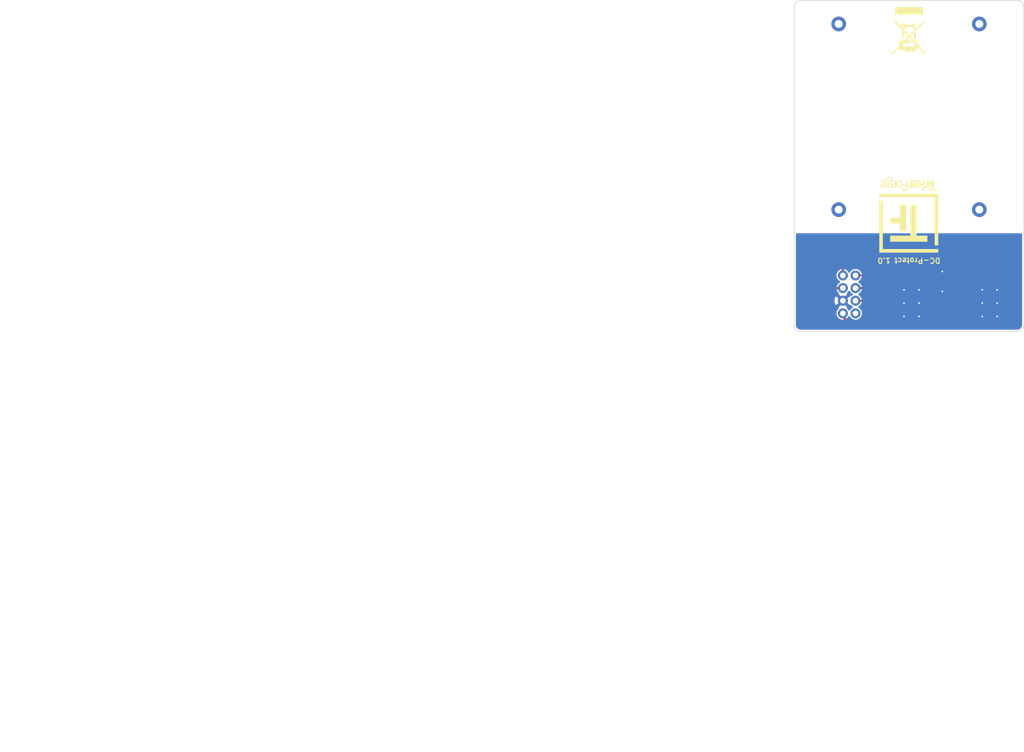
<source format=kicad_pcb>
(kicad_pcb (version 20171130) (host pcbnew 5.1.7-a382d34a8~88~ubuntu20.04.1)

  (general
    (thickness 1.6)
    (drawings 10)
    (tracks 48)
    (zones 0)
    (modules 4)
    (nets 9)
  )

  (page A4)
  (title_block
    (title "DC Protect")
    (date 2021-02-23)
    (rev 1.0)
    (company "Tinkerforge GmbH")
    (comment 1 "Licensed under CERN OHL v.1.1")
    (comment 2 "Copyright (©) 2020, T.Schneidermann <tim@tinkerforge.com>")
  )

  (layers
    (0 F.Cu signal)
    (31 B.Cu signal)
    (32 B.Adhes user)
    (33 F.Adhes user)
    (34 B.Paste user)
    (35 F.Paste user)
    (36 B.SilkS user)
    (37 F.SilkS user)
    (38 B.Mask user)
    (39 F.Mask user)
    (40 Dwgs.User user)
    (41 Cmts.User user)
    (42 Eco1.User user)
    (43 Eco2.User user)
    (44 Edge.Cuts user)
    (45 Margin user)
    (46 B.CrtYd user)
    (47 F.CrtYd user)
    (48 B.Fab user)
    (49 F.Fab user)
  )

  (setup
    (last_trace_width 0.3)
    (user_trace_width 0.2)
    (user_trace_width 0.3)
    (user_trace_width 0.5)
    (user_trace_width 0.8)
    (user_trace_width 1)
    (trace_clearance 0.149)
    (zone_clearance 0.2)
    (zone_45_only no)
    (trace_min 0.2)
    (via_size 0.55)
    (via_drill 0.25)
    (via_min_size 0.55)
    (via_min_drill 0.25)
    (user_via 0.55 0.25)
    (uvia_size 0.3)
    (uvia_drill 0.1)
    (uvias_allowed no)
    (uvia_min_size 0.2)
    (uvia_min_drill 0.1)
    (edge_width 0.1)
    (segment_width 0.2)
    (pcb_text_width 0.3)
    (pcb_text_size 1.5 1.5)
    (mod_edge_width 0.15)
    (mod_text_size 1 1)
    (mod_text_width 0.15)
    (pad_size 1.524 1.524)
    (pad_drill 0.762)
    (pad_to_mask_clearance 0)
    (aux_axis_origin 150 100)
    (grid_origin 150 100)
    (visible_elements FFFFFF7F)
    (pcbplotparams
      (layerselection 0x010fc_ffffffff)
      (usegerberextensions true)
      (usegerberattributes false)
      (usegerberadvancedattributes false)
      (creategerberjobfile false)
      (excludeedgelayer true)
      (linewidth 0.100000)
      (plotframeref false)
      (viasonmask false)
      (mode 1)
      (useauxorigin false)
      (hpglpennumber 1)
      (hpglpenspeed 20)
      (hpglpendiameter 15.000000)
      (psnegative false)
      (psa4output false)
      (plotreference true)
      (plotvalue true)
      (plotinvisibletext false)
      (padsonsilk false)
      (subtractmaskfromsilk false)
      (outputformat 1)
      (mirror false)
      (drillshape 0)
      (scaleselection 1)
      (outputdirectory "../../../../Schreibtisch/proto/grounding-ring/"))
  )

  (net 0 "")
  (net 1 "Net-(P1-Pad4)")
  (net 2 "Net-(P1-Pad2)")
  (net 3 "Net-(P1-Pad6)")
  (net 4 "Net-(P1-Pad1)")
  (net 5 "Net-(P1-Pad3)")
  (net 6 "Net-(P1-Pad7)")
  (net 7 "Net-(U1-Pad8)")
  (net 8 GND)

  (net_class Default "Dies ist die voreingestellte Netzklasse."
    (clearance 0.149)
    (trace_width 0.25)
    (via_dia 0.55)
    (via_drill 0.25)
    (uvia_dia 0.3)
    (uvia_drill 0.1)
    (add_net GND)
    (add_net "Net-(P1-Pad1)")
    (add_net "Net-(P1-Pad2)")
    (add_net "Net-(P1-Pad3)")
    (add_net "Net-(P1-Pad4)")
    (add_net "Net-(P1-Pad6)")
    (add_net "Net-(P1-Pad7)")
    (add_net "Net-(U1-Pad8)")
  )

  (module kicad-libraries:DC-Protect (layer B.Cu) (tedit 60352734) (tstamp 603513F8)
    (at 150 100 180)
    (path /603506D1)
    (fp_text reference U1 (at 0 -0.5) (layer B.Fab)
      (effects (font (size 1 1) (thickness 0.15)) (justify mirror))
    )
    (fp_text value DC-Protect (at 0 0.5) (layer B.Fab)
      (effects (font (size 1 1) (thickness 0.15)) (justify mirror))
    )
    (fp_circle (center 0 0) (end 17 0) (layer B.Fab) (width 0.12))
    (fp_circle (center 0 0) (end 6.75 0) (layer B.Fab) (width 0.12))
    (fp_line (start 15.25 -32) (end -15.25 -32) (layer B.Fab) (width 0.12))
    (fp_line (start -15.25 -32) (end -15.25 -14.5) (layer B.Fab) (width 0.12))
    (fp_line (start -15.25 -14.5) (end -9 -14.5) (layer B.Fab) (width 0.12))
    (fp_line (start 15.25 -32) (end 15.25 -14.5) (layer B.Fab) (width 0.12))
    (fp_line (start 15.25 -14.5) (end 9 -14.5) (layer B.Fab) (width 0.12))
    (pad 1 thru_hole circle (at 9.935 -23.84 180) (size 1.5 1.5) (drill 0.85) (layers *.Cu *.Mask)
      (net 4 "Net-(P1-Pad1)"))
    (pad 3 thru_hole circle (at 9.935 -25.74 180) (size 1.5 1.5) (drill 0.85) (layers *.Cu *.Mask)
      (net 5 "Net-(P1-Pad3)"))
    (pad 5 thru_hole circle (at 9.935 -27.64 180) (size 1.5 1.5) (drill 0.85) (layers *.Cu *.Mask)
      (net 8 GND))
    (pad 2 thru_hole circle (at 8.035 -23.84 180) (size 1.5 1.5) (drill 0.85) (layers *.Cu *.Mask)
      (net 2 "Net-(P1-Pad2)"))
    (pad 4 thru_hole circle (at 8.035 -25.74 180) (size 1.5 1.5) (drill 0.85) (layers *.Cu *.Mask)
      (net 1 "Net-(P1-Pad4)"))
    (pad 6 thru_hole circle (at 8.035 -27.64 180) (size 1.5 1.5) (drill 0.85) (layers *.Cu *.Mask)
      (net 3 "Net-(P1-Pad6)"))
    (pad "" np_thru_hole circle (at 0 0 180) (size 17 17) (drill 17) (layers *.Cu *.Mask))
    (pad "" thru_hole circle (at 10.565 13.95 180) (size 2.2 2.2) (drill 1.2) (layers *.Cu *.Mask))
    (pad "" thru_hole circle (at -10.565 13.95 180) (size 2.2 2.2) (drill 1.2) (layers *.Cu *.Mask))
    (pad "" thru_hole circle (at -10.565 -13.95 180) (size 2.2 2.2) (drill 1.2) (layers *.Cu *.Mask))
    (pad "" thru_hole circle (at 10.565 -13.95 180) (size 2.2 2.2) (drill 1.2) (layers *.Cu *.Mask))
    (pad 8 thru_hole circle (at 8.035 -29.54 180) (size 1.5 1.5) (drill 0.85) (layers *.Cu *.Mask)
      (net 7 "Net-(U1-Pad8)"))
    (pad 7 thru_hole circle (at 9.935 -29.54 180) (size 1.5 1.5) (drill 0.85) (layers *.Cu *.Mask)
      (net 6 "Net-(P1-Pad7)"))
    (model ../3d/Sensors_Detectors/4641-X900.wrl
      (at (xyz 0 0 0))
      (scale (xyz 1 1 1))
      (rotate (xyz 0 0 0))
    )
  )

  (module kicad-libraries:WEEE_7mm (layer F.Cu) (tedit 5922FFAE) (tstamp 60352E0A)
    (at 150 87.1 180)
    (fp_text reference VAL (at 0 0) (layer F.SilkS) hide
      (effects (font (size 0.2 0.2) (thickness 0.05)))
    )
    (fp_text value WEEE_7mm (at 0.75 0) (layer F.SilkS) hide
      (effects (font (size 0.2 0.2) (thickness 0.05)))
    )
    (fp_poly (pts (xy 2.032 3.527778) (xy -0.014111 3.527778) (xy -2.060222 3.527778) (xy -2.060222 3.019778)
      (xy -2.060222 2.511778) (xy -0.014111 2.511778) (xy 2.032 2.511778) (xy 2.032 3.019778)
      (xy 2.032 3.527778)) (layer F.SilkS) (width 0.1))
    (fp_poly (pts (xy 2.482863 -3.409859) (xy 2.480804 -3.376179) (xy 2.471206 -3.341837) (xy 2.44964 -3.301407)
      (xy 2.411675 -3.249463) (xy 2.352883 -3.180577) (xy 2.268835 -3.089322) (xy 2.155101 -2.970274)
      (xy 2.007251 -2.818004) (xy 1.961444 -2.771041) (xy 1.439333 -2.23603) (xy 1.439333 -1.978793)
      (xy 1.439333 -1.721555) (xy 1.298222 -1.721555) (xy 1.298222 -1.994947) (xy 1.298222 -2.099005)
      (xy 1.213555 -2.017889) (xy 1.160676 -1.962169) (xy 1.131131 -1.921219) (xy 1.128889 -1.913831)
      (xy 1.153434 -1.897717) (xy 1.212566 -1.89089) (xy 1.213555 -1.890889) (xy 1.269418 -1.895963)
      (xy 1.29309 -1.922356) (xy 1.298206 -1.986828) (xy 1.298222 -1.994947) (xy 1.298222 -1.721555)
      (xy 1.28539 -1.721555) (xy 1.241376 -1.723224) (xy 1.205837 -1.724651) (xy 1.177386 -1.720468)
      (xy 1.154636 -1.705309) (xy 1.136199 -1.673804) (xy 1.120687 -1.620585) (xy 1.106713 -1.540286)
      (xy 1.092889 -1.427539) (xy 1.077827 -1.276974) (xy 1.060141 -1.083225) (xy 1.038443 -0.840924)
      (xy 1.028031 -0.725936) (xy 1.016 -0.593851) (xy 1.016 -2.342444) (xy 1.016 -2.427111)
      (xy 0.964919 -2.427111) (xy 0.964919 -2.654131) (xy 0.96044 -2.665934) (xy 0.910629 -2.701752)
      (xy 0.825292 -2.742703) (xy 0.723934 -2.781372) (xy 0.626061 -2.810345) (xy 0.551179 -2.822208)
      (xy 0.549274 -2.822222) (xy 0.494484 -2.808563) (xy 0.479778 -2.765778) (xy 0.476666 -2.742735)
      (xy 0.461334 -2.726991) (xy 0.424786 -2.717163) (xy 0.358027 -2.711867) (xy 0.252063 -2.709719)
      (xy 0.239909 -2.709686) (xy 0.239909 -2.892647) (xy 0.233665 -2.897338) (xy 0.218722 -2.899226)
      (xy 0.112749 -2.903792) (xy 0.007055 -2.899226) (xy -0.017767 -2.894178) (xy 0.007962 -2.890336)
      (xy 0.078354 -2.888317) (xy 0.112889 -2.888155) (xy 0.197687 -2.889381) (xy 0.239909 -2.892647)
      (xy 0.239909 -2.709686) (xy 0.112889 -2.709333) (xy -0.254 -2.709333) (xy -0.254 -2.782537)
      (xy -0.256796 -2.824575) (xy -0.274517 -2.843911) (xy -0.321168 -2.845575) (xy -0.402167 -2.835755)
      (xy -0.502773 -2.820747) (xy -0.559752 -2.80431) (xy -0.585498 -2.778111) (xy -0.592403 -2.733815)
      (xy -0.592667 -2.707668) (xy -0.592667 -2.624667) (xy 0.201011 -2.624667) (xy 0.434757 -2.624964)
      (xy 0.617649 -2.62606) (xy 0.755277 -2.628256) (xy 0.853229 -2.631858) (xy 0.917094 -2.637169)
      (xy 0.952461 -2.644492) (xy 0.964919 -2.654131) (xy 0.964919 -2.427111) (xy 0.026103 -2.427111)
      (xy -0.874889 -2.427111) (xy -0.874889 -2.652889) (xy -0.884518 -2.680377) (xy -0.887335 -2.681111)
      (xy -0.91143 -2.661335) (xy -0.917222 -2.652889) (xy -0.914985 -2.626883) (xy -0.904777 -2.624667)
      (xy -0.876038 -2.645153) (xy -0.874889 -2.652889) (xy -0.874889 -2.427111) (xy -0.963793 -2.427111)
      (xy -0.943537 -2.166055) (xy -0.938094 -2.087369) (xy -0.932714 -2.024235) (xy -0.92321 -1.970393)
      (xy -0.905395 -1.919583) (xy -0.875081 -1.865545) (xy -0.828081 -1.802019) (xy -0.760208 -1.722746)
      (xy -0.667273 -1.621464) (xy -0.54509 -1.491915) (xy -0.389471 -1.327837) (xy -0.366889 -1.303985)
      (xy -0.042333 -0.961041) (xy 0.205281 -1.207243) (xy 0.452896 -1.453444) (xy 0.099448 -1.461343)
      (xy -0.254 -1.469242) (xy -0.254 -1.623621) (xy -0.254 -1.778) (xy 0.183444 -1.778)
      (xy 0.620889 -1.778) (xy 0.620889 -1.701353) (xy 0.622969 -1.664993) (xy 0.634687 -1.65375)
      (xy 0.664256 -1.671682) (xy 0.719893 -1.722845) (xy 0.776111 -1.778) (xy 0.854414 -1.857186)
      (xy 0.900636 -1.914327) (xy 0.92323 -1.966659) (xy 0.930646 -2.031417) (xy 0.931333 -2.094536)
      (xy 0.934803 -2.190842) (xy 0.947055 -2.241675) (xy 0.97085 -2.257681) (xy 0.973667 -2.257778)
      (xy 1.007275 -2.28302) (xy 1.016 -2.342444) (xy 1.016 -0.593851) (xy 0.954054 0.086239)
      (xy 1.34486 0.498024) (xy 1.555216 0.719617) (xy 1.729916 0.903769) (xy 1.872041 1.054091)
      (xy 1.984676 1.174196) (xy 2.070901 1.267694) (xy 2.133801 1.338196) (xy 2.176457 1.389314)
      (xy 2.201952 1.424658) (xy 2.21337 1.447841) (xy 2.213792 1.462473) (xy 2.206301 1.472165)
      (xy 2.19398 1.480529) (xy 2.187398 1.485028) (xy 2.139541 1.515553) (xy 2.118022 1.524)
      (xy 2.094879 1.504317) (xy 2.039069 1.449218) (xy 1.956356 1.364626) (xy 1.852504 1.256463)
      (xy 1.733278 1.130652) (xy 1.678916 1.072812) (xy 1.255889 0.621625) (xy 1.239947 0.712979)
      (xy 1.197516 0.849251) (xy 1.119827 0.950313) (xy 1.079557 0.982306) (xy 1.017977 1.011638)
      (xy 1.017977 0.632978) (xy 0.995676 0.556992) (xy 0.945013 0.49721) (xy 0.945013 -1.715394)
      (xy 0.94482 -1.716067) (xy 0.923395 -1.700567) (xy 0.870211 -1.651048) (xy 0.792165 -1.57462)
      (xy 0.696154 -1.478392) (xy 0.589075 -1.369476) (xy 0.477826 -1.254981) (xy 0.369303 -1.142017)
      (xy 0.270405 -1.037695) (xy 0.188029 -0.949124) (xy 0.129071 -0.883415) (xy 0.100429 -0.847678)
      (xy 0.098778 -0.843916) (xy 0.117043 -0.81413) (xy 0.166773 -0.753937) (xy 0.240369 -0.67125)
      (xy 0.330231 -0.573984) (xy 0.42876 -0.470051) (xy 0.528358 -0.367365) (xy 0.621424 -0.273839)
      (xy 0.70036 -0.197387) (xy 0.757566 -0.145921) (xy 0.785443 -0.127355) (xy 0.786505 -0.12776)
      (xy 0.793707 -0.159396) (xy 0.805121 -0.239895) (xy 0.819901 -0.361901) (xy 0.837205 -0.51806)
      (xy 0.856186 -0.701015) (xy 0.876002 -0.903411) (xy 0.878183 -0.926402) (xy 0.897143 -1.129855)
      (xy 0.913788 -1.314176) (xy 0.927509 -1.472128) (xy 0.937694 -1.596473) (xy 0.943732 -1.679974)
      (xy 0.945013 -1.715394) (xy 0.945013 0.49721) (xy 0.944024 0.496043) (xy 0.871243 0.460602)
      (xy 0.785555 0.461141) (xy 0.764432 0.470982) (xy 0.764432 0.168896) (xy 0.745079 0.120107)
      (xy 0.697438 0.051745) (xy 0.618576 -0.041481) (xy 0.505557 -0.164861) (xy 0.374559 -0.303585)
      (xy -0.041854 -0.741711) (xy -0.132242 -0.647751) (xy -0.132242 -0.841738) (xy -0.508984 -1.238599)
      (xy -0.625421 -1.36067) (xy -0.727784 -1.466874) (xy -0.810087 -1.55109) (xy -0.866341 -1.607198)
      (xy -0.89056 -1.629078) (xy -0.891025 -1.629119) (xy -0.890844 -1.599805) (xy -0.886195 -1.523686)
      (xy -0.877886 -1.410152) (xy -0.866727 -1.268597) (xy -0.853528 -1.108412) (xy -0.839099 -0.938988)
      (xy -0.824249 -0.769717) (xy -0.809789 -0.60999) (xy -0.796527 -0.4692) (xy -0.785274 -0.356738)
      (xy -0.776839 -0.281995) (xy -0.772591 -0.25543) (xy -0.74805 -0.256656) (xy -0.687291 -0.300651)
      (xy -0.590212 -0.387499) (xy -0.456711 -0.517286) (xy -0.445848 -0.528132) (xy -0.132242 -0.841738)
      (xy -0.132242 -0.647751) (xy -0.403136 -0.366149) (xy -0.532757 -0.230252) (xy -0.62722 -0.127772)
      (xy -0.691435 -0.052372) (xy -0.730313 0.002286) (xy -0.748765 0.04254) (xy -0.751699 0.074729)
      (xy -0.750572 0.082317) (xy -0.742402 0.14269) (xy -0.732359 0.241951) (xy -0.722136 0.362656)
      (xy -0.718145 0.416278) (xy -0.699563 0.677333) (xy -0.138115 0.677333) (xy 0.423333 0.677333)
      (xy 0.423333 0.584835) (xy 0.449981 0.463491) (xy 0.523642 0.355175) (xy 0.63489 0.272054)
      (xy 0.682126 0.250719) (xy 0.73002 0.228911) (xy 0.758434 0.2034) (xy 0.764432 0.168896)
      (xy 0.764432 0.470982) (xy 0.711835 0.495489) (xy 0.659024 0.562819) (xy 0.647539 0.649049)
      (xy 0.676635 0.735445) (xy 0.723473 0.788174) (xy 0.784468 0.828555) (xy 0.830825 0.846601)
      (xy 0.832555 0.846667) (xy 0.877213 0.830394) (xy 0.938072 0.790949) (xy 0.941638 0.788174)
      (xy 1.002705 0.713529) (xy 1.017977 0.632978) (xy 1.017977 1.011638) (xy 0.949842 1.044093)
      (xy 0.810166 1.060981) (xy 0.675259 1.034339) (xy 0.559855 0.965538) (xy 0.525993 0.9308)
      (xy 0.455199 0.846667) (xy -0.0264 0.846667) (xy -0.508 0.846667) (xy -0.508 0.959556)
      (xy -0.508 1.072445) (xy -0.649111 1.072445) (xy -0.790222 1.072445) (xy -0.790222 0.975954)
      (xy -0.803072 0.881747) (xy -0.831861 0.799565) (xy -0.85235 0.735143) (xy -0.871496 0.630455)
      (xy -0.886633 0.501661) (xy -0.8916 0.437445) (xy -0.909702 0.155222) (xy -1.596125 0.853722)
      (xy -1.756866 1.017004) (xy -1.904817 1.166738) (xy -2.035402 1.29834) (xy -2.144049 1.407222)
      (xy -2.226183 1.4888) (xy -2.277232 1.538486) (xy -2.292741 1.552222) (xy -2.318618 1.535182)
      (xy -2.3368 1.518356) (xy -2.366614 1.474736) (xy -2.370667 1.458297) (xy -2.351653 1.432751)
      (xy -2.297528 1.371534) (xy -2.212667 1.27931) (xy -2.101445 1.160741) (xy -1.968236 1.020491)
      (xy -1.817416 0.863223) (xy -1.653359 0.693601) (xy -1.649999 0.690141) (xy -0.929331 -0.051823)
      (xy -1.000888 -0.874398) (xy -1.019193 -1.08713) (xy -1.035769 -1.284177) (xy -1.049992 -1.457782)
      (xy -1.061239 -1.600189) (xy -1.068889 -1.70364) (xy -1.072318 -1.760379) (xy -1.072445 -1.765937)
      (xy -1.083169 -1.796856) (xy -1.117145 -1.848518) (xy -1.177081 -1.924038) (xy -1.265681 -2.026535)
      (xy -1.385653 -2.159123) (xy -1.539703 -2.324921) (xy -1.730537 -2.527044) (xy -1.763174 -2.561396)
      (xy -1.94576 -2.753708) (xy -2.093058 -2.909847) (xy -2.208848 -3.034377) (xy -2.296909 -3.131865)
      (xy -2.361021 -3.206878) (xy -2.404962 -3.263981) (xy -2.432513 -3.30774) (xy -2.447452 -3.342721)
      (xy -2.453559 -3.373491) (xy -2.454619 -3.396775) (xy -2.455333 -3.505661) (xy -2.136329 -3.170998)
      (xy -2.000627 -3.028421) (xy -1.842494 -2.861938) (xy -1.678217 -2.688716) (xy -1.524082 -2.52592)
      (xy -1.466152 -2.46464) (xy -1.354055 -2.346541) (xy -1.256193 -2.244484) (xy -1.178749 -2.164831)
      (xy -1.127907 -2.113947) (xy -1.109886 -2.09804) (xy -1.109577 -2.126426) (xy -1.113821 -2.195386)
      (xy -1.12076 -2.279234) (xy -1.130834 -2.37523) (xy -1.143684 -2.427922) (xy -1.166434 -2.45028)
      (xy -1.206208 -2.455276) (xy -1.217475 -2.455333) (xy -1.274769 -2.462802) (xy -1.295863 -2.497097)
      (xy -1.298222 -2.54) (xy -1.290268 -2.600887) (xy -1.25796 -2.622991) (xy -1.232974 -2.624667)
      (xy -1.165809 -2.649307) (xy -1.106569 -2.707387) (xy -1.038059 -2.780849) (xy -0.96015 -2.840472)
      (xy -0.90268 -2.886543) (xy -0.87527 -2.932359) (xy -0.874889 -2.936944) (xy -0.866717 -2.958171)
      (xy -0.836053 -2.973488) (xy -0.773676 -2.98482) (xy -0.670366 -2.994091) (xy -0.571902 -3.000209)
      (xy -0.444753 -3.009947) (xy -0.342774 -3.022633) (xy -0.277341 -3.036575) (xy -0.259106 -3.046795)
      (xy -0.227621 -3.061127) (xy -0.152899 -3.071083) (xy -0.047962 -3.076818) (xy 0.074164 -3.078489)
      (xy 0.200456 -3.076251) (xy 0.31789 -3.07026) (xy 0.41344 -3.060673) (xy 0.474084 -3.047645)
      (xy 0.488466 -3.037844) (xy 0.523084 -3.012128) (xy 0.59531 -2.989452) (xy 0.645346 -2.980608)
      (xy 0.752526 -2.955733) (xy 0.873538 -2.912358) (xy 0.942299 -2.880321) (xy 1.046225 -2.831835)
      (xy 1.128071 -2.811654) (xy 1.210866 -2.814154) (xy 1.212404 -2.814358) (xy 1.324381 -2.811082)
      (xy 1.398504 -2.765955) (xy 1.435053 -2.678737) (xy 1.439333 -2.621893) (xy 1.416263 -2.519845)
      (xy 1.351912 -2.452433) (xy 1.25357 -2.427141) (xy 1.249609 -2.427111) (xy 1.20332 -2.41653)
      (xy 1.186549 -2.373932) (xy 1.185333 -2.342444) (xy 1.192841 -2.282987) (xy 1.210931 -2.257784)
      (xy 1.211244 -2.257778) (xy 1.236778 -2.277108) (xy 1.296879 -2.331881) (xy 1.386564 -2.417269)
      (xy 1.500846 -2.528446) (xy 1.634743 -2.660585) (xy 1.783269 -2.808858) (xy 1.859662 -2.885722)
      (xy 2.48217 -3.513666) (xy 2.482863 -3.409859)) (layer F.SilkS) (width 0.1))
  )

  (module kicad-libraries:Logo_TF_10x12 (layer F.Cu) (tedit 0) (tstamp 60352C19)
    (at 149.96 114.89 180)
    (fp_text reference G*** (at 0 0) (layer F.SilkS) hide
      (effects (font (size 1.524 1.524) (thickness 0.3)))
    )
    (fp_text value LOGO (at 0.75 0) (layer F.SilkS) hide
      (effects (font (size 1.524 1.524) (thickness 0.3)))
    )
    (fp_poly (pts (xy 2.875744 4.214741) (xy 2.901713 4.215197) (xy 2.922347 4.216147) (xy 2.939596 4.217748)
      (xy 2.95541 4.220156) (xy 2.971738 4.223526) (xy 2.981036 4.2257) (xy 2.99557 4.229064)
      (xy 3.008627 4.231654) (xy 3.021677 4.233556) (xy 3.036193 4.234858) (xy 3.053647 4.235647)
      (xy 3.075512 4.236012) (xy 3.103259 4.236039) (xy 3.138361 4.235816) (xy 3.1496 4.235722)
      (xy 3.185253 4.235323) (xy 3.220504 4.234764) (xy 3.253487 4.234085) (xy 3.282334 4.23333)
      (xy 3.305177 4.232539) (xy 3.317009 4.231962) (xy 3.362036 4.229258) (xy 3.362036 4.364181)
      (xy 3.265054 4.364181) (xy 3.236252 4.364288) (xy 3.210851 4.364587) (xy 3.190201 4.365046)
      (xy 3.175652 4.36563) (xy 3.168551 4.366308) (xy 3.168072 4.366543) (xy 3.170487 4.371251)
      (xy 3.176836 4.381397) (xy 3.185773 4.394835) (xy 3.186302 4.39561) (xy 3.206973 4.43038)
      (xy 3.221865 4.466432) (xy 3.231496 4.505694) (xy 3.236388 4.550096) (xy 3.237273 4.584457)
      (xy 3.234105 4.643863) (xy 3.224608 4.697477) (xy 3.208544 4.746451) (xy 3.199758 4.765963)
      (xy 3.177334 4.803259) (xy 3.148586 4.837661) (xy 3.115513 4.867149) (xy 3.080111 4.8897)
      (xy 3.075187 4.892139) (xy 3.020884 4.91355) (xy 2.960962 4.928915) (xy 2.897016 4.937959)
      (xy 2.830635 4.940409) (xy 2.800927 4.939319) (xy 2.779611 4.937911) (xy 2.761308 4.936442)
      (xy 2.748237 4.935106) (xy 2.743054 4.934267) (xy 2.739531 4.934095) (xy 2.736151 4.93654)
      (xy 2.732355 4.942786) (xy 2.727586 4.954016) (xy 2.721285 4.971414) (xy 2.712893 4.996163)
      (xy 2.710595 5.003061) (xy 2.700496 5.041199) (xy 2.697193 5.074202) (xy 2.700716 5.101626)
      (xy 2.703559 5.109807) (xy 2.708645 5.119733) (xy 2.715444 5.128076) (xy 2.724778 5.135005)
      (xy 2.737466 5.140688) (xy 2.754328 5.145295) (xy 2.776185 5.148994) (xy 2.803857 5.151954)
      (xy 2.838164 5.154345) (xy 2.879925 5.156334) (xy 2.929961 5.158092) (xy 2.939472 5.158383)
      (xy 2.987998 5.159996) (xy 3.028609 5.161735) (xy 3.062628 5.16374) (xy 3.091378 5.16615)
      (xy 3.11618 5.169105) (xy 3.138357 5.172744) (xy 3.159232 5.177205) (xy 3.180126 5.182629)
      (xy 3.186304 5.18438) (xy 3.231131 5.201463) (xy 3.269291 5.224924) (xy 3.300686 5.254655)
      (xy 3.325219 5.29055) (xy 3.342791 5.332502) (xy 3.350566 5.363655) (xy 3.354092 5.38929)
      (xy 3.356275 5.420438) (xy 3.35711 5.454262) (xy 3.356594 5.487924) (xy 3.354722 5.518589)
      (xy 3.35149 5.543419) (xy 3.350832 5.546728) (xy 3.335413 5.598713) (xy 3.312364 5.645613)
      (xy 3.281843 5.687306) (xy 3.244009 5.72367) (xy 3.19902 5.754584) (xy 3.147036 5.779926)
      (xy 3.088215 5.799574) (xy 3.022717 5.813407) (xy 2.998403 5.816833) (xy 2.958766 5.820425)
      (xy 2.913173 5.822366) (xy 2.864756 5.822662) (xy 2.816645 5.821314) (xy 2.771972 5.818326)
      (xy 2.754745 5.816556) (xy 2.690253 5.805848) (xy 2.632784 5.789534) (xy 2.582436 5.767683)
      (xy 2.539306 5.74036) (xy 2.503492 5.707632) (xy 2.475092 5.669566) (xy 2.454202 5.62623)
      (xy 2.447415 5.605512) (xy 2.441088 5.576712) (xy 2.436797 5.54349) (xy 2.434659 5.508714)
      (xy 2.434793 5.475255) (xy 2.435605 5.465836) (xy 2.59186 5.465836) (xy 2.592502 5.50229)
      (xy 2.597135 5.530272) (xy 2.608178 5.565974) (xy 2.624949 5.59637) (xy 2.647948 5.621823)
      (xy 2.677675 5.642692) (xy 2.714631 5.659338) (xy 2.759315 5.672121) (xy 2.805545 5.680479)
      (xy 2.82374 5.682096) (xy 2.848418 5.682938) (xy 2.877226 5.683061) (xy 2.90781 5.682524)
      (xy 2.937816 5.681383) (xy 2.96489 5.679697) (xy 2.986677 5.677522) (xy 2.9972 5.675808)
      (xy 3.049526 5.661636) (xy 3.093877 5.642892) (xy 3.130338 5.619512) (xy 3.158993 5.591433)
      (xy 3.179929 5.558591) (xy 3.190046 5.532701) (xy 3.194224 5.512466) (xy 3.196748 5.486687)
      (xy 3.197568 5.45864) (xy 3.196634 5.431605) (xy 3.193896 5.408859) (xy 3.192061 5.400892)
      (xy 3.180271 5.372702) (xy 3.162723 5.347829) (xy 3.141372 5.328933) (xy 3.13727 5.326369)
      (xy 3.123471 5.31884) (xy 3.109468 5.312631) (xy 3.094154 5.307582) (xy 3.076421 5.303529)
      (xy 3.05516 5.300309) (xy 3.029264 5.29776) (xy 2.997625 5.295721) (xy 2.959134 5.294028)
      (xy 2.912683 5.292519) (xy 2.904836 5.292295) (xy 2.867876 5.291189) (xy 2.832853 5.290018)
      (xy 2.801118 5.288836) (xy 2.77402 5.287698) (xy 2.752909 5.286659) (xy 2.739136 5.285774)
      (xy 2.735957 5.285471) (xy 2.71255 5.282745) (xy 2.670559 5.322273) (xy 2.646207 5.346249)
      (xy 2.62813 5.366893) (xy 2.615017 5.386144) (xy 2.605559 5.40594) (xy 2.598445 5.428221)
      (xy 2.598108 5.429511) (xy 2.59186 5.465836) (xy 2.435605 5.465836) (xy 2.437319 5.445984)
      (xy 2.440193 5.430981) (xy 2.453603 5.391216) (xy 2.473493 5.353453) (xy 2.500553 5.316726)
      (xy 2.535472 5.280068) (xy 2.568641 5.250872) (xy 2.605004 5.220854) (xy 2.594081 5.211618)
      (xy 2.576472 5.191649) (xy 2.561831 5.165127) (xy 2.551134 5.134514) (xy 2.545357 5.102275)
      (xy 2.544618 5.086701) (xy 2.545422 5.070594) (xy 2.548314 5.054835) (xy 2.554011 5.036598)
      (xy 2.563233 5.013058) (xy 2.563498 5.012418) (xy 2.573821 4.988653) (xy 2.585486 4.96358)
      (xy 2.596584 4.94124) (xy 2.600925 4.933085) (xy 2.609207 4.91752) (xy 2.615161 4.905381)
      (xy 2.617845 4.898631) (xy 2.617836 4.897903) (xy 2.613 4.894934) (xy 2.604252 4.890109)
      (xy 2.570634 4.867478) (xy 2.539033 4.837206) (xy 2.510583 4.800847) (xy 2.486421 4.759954)
      (xy 2.467683 4.716082) (xy 2.460822 4.693955) (xy 2.455725 4.668256) (xy 2.4522 4.636251)
      (xy 2.450278 4.600583) (xy 2.4502 4.590508) (xy 2.607811 4.590508) (xy 2.60972 4.623468)
      (xy 2.613858 4.651988) (xy 2.615555 4.659259) (xy 2.630559 4.700969) (xy 2.65196 4.736055)
      (xy 2.679644 4.764443) (xy 2.713496 4.786063) (xy 2.753403 4.80084) (xy 2.799251 4.808703)
      (xy 2.850926 4.809578) (xy 2.851459 4.809552) (xy 2.876101 4.807325) (xy 2.902812 4.803352)
      (xy 2.926261 4.798442) (xy 2.928625 4.797823) (xy 2.969842 4.783056) (xy 3.004047 4.762704)
      (xy 3.031537 4.736403) (xy 3.052609 4.703792) (xy 3.067559 4.664509) (xy 3.076684 4.618192)
      (xy 3.07683 4.617027) (xy 3.079291 4.573266) (xy 3.076215 4.530159) (xy 3.067994 4.489613)
      (xy 3.055017 4.453534) (xy 3.037677 4.423828) (xy 3.037015 4.422952) (xy 3.009926 4.394939)
      (xy 2.976203 4.372784) (xy 2.936531 4.356712) (xy 2.891594 4.346945) (xy 2.842076 4.343708)
      (xy 2.800794 4.34585) (xy 2.75554 4.354437) (xy 2.715346 4.37043) (xy 2.680702 4.393425)
      (xy 2.652099 4.42302) (xy 2.630026 4.458811) (xy 2.61547 4.498493) (xy 2.610683 4.52467)
      (xy 2.608131 4.556458) (xy 2.607811 4.590508) (xy 2.4502 4.590508) (xy 2.449991 4.563893)
      (xy 2.451371 4.528823) (xy 2.454448 4.498018) (xy 2.458251 4.477824) (xy 2.476227 4.424272)
      (xy 2.501695 4.375471) (xy 2.534123 4.332078) (xy 2.572979 4.294752) (xy 2.617732 4.264151)
      (xy 2.640289 4.25245) (xy 2.667464 4.240219) (xy 2.691712 4.230886) (xy 2.715031 4.224078)
      (xy 2.739418 4.219422) (xy 2.766869 4.216544) (xy 2.799381 4.21507) (xy 2.838951 4.214626)
      (xy 2.842491 4.214624) (xy 2.875744 4.214741)) (layer F.SilkS) (width 0.01))
    (fp_poly (pts (xy -0.993558 4.213079) (xy -0.950311 4.215173) (xy -0.914074 4.218524) (xy -0.882652 4.223641)
      (xy -0.853847 4.231034) (xy -0.825465 4.241208) (xy -0.79531 4.254675) (xy -0.778944 4.262769)
      (xy -0.733314 4.290983) (xy -0.69315 4.326537) (xy -0.658552 4.369252) (xy -0.629623 4.418949)
      (xy -0.606464 4.475449) (xy -0.589176 4.538572) (xy -0.57786 4.608139) (xy -0.576602 4.619947)
      (xy -0.574515 4.643445) (xy -0.573401 4.664002) (xy -0.573297 4.684133) (xy -0.574244 4.706356)
      (xy -0.576278 4.733186) (xy -0.578751 4.760034) (xy -0.581321 4.787492) (xy -0.583533 4.812536)
      (xy -0.585241 4.833395) (xy -0.586299 4.848299) (xy -0.586579 4.854863) (xy -0.586509 4.867563)
      (xy -1.229762 4.867563) (xy -1.226695 4.907972) (xy -1.222049 4.948007) (xy -1.214519 4.980902)
      (xy -1.20365 5.008427) (xy -1.198517 5.017902) (xy -1.17558 5.050741) (xy -1.148952 5.076247)
      (xy -1.116946 5.09575) (xy -1.082995 5.109002) (xy -1.071618 5.112395) (xy -1.060813 5.11493)
      (xy -1.049033 5.116714) (xy -1.034727 5.117859) (xy -1.016346 5.118472) (xy -0.99234 5.118663)
      (xy -0.96116 5.118542) (xy -0.949037 5.118453) (xy -0.910961 5.117798) (xy -0.868227 5.116479)
      (xy -0.82444 5.114643) (xy -0.783206 5.112438) (xy -0.752764 5.110379) (xy -0.722383 5.108136)
      (xy -0.693535 5.106173) (xy -0.668084 5.104604) (xy -0.647893 5.103543) (xy -0.634825 5.103104)
      (xy -0.633846 5.103098) (xy -0.6096 5.103091) (xy -0.6096 5.193145) (xy -0.609646 5.224101)
      (xy -0.609859 5.247022) (xy -0.610359 5.263111) (xy -0.611262 5.273569) (xy -0.612686 5.279599)
      (xy -0.614748 5.282402) (xy -0.617564 5.283181) (xy -0.61839 5.2832) (xy -0.626523 5.284095)
      (xy -0.641259 5.286505) (xy -0.660171 5.290012) (xy -0.672654 5.292499) (xy -0.735191 5.304492)
      (xy -0.792084 5.313556) (xy -0.846326 5.320029) (xy -0.900915 5.324246) (xy -0.958843 5.326544)
      (xy -0.979055 5.326936) (xy -1.010777 5.327322) (xy -1.040258 5.327506) (xy -1.065958 5.32749)
      (xy -1.086335 5.327281) (xy -1.099849 5.326881) (xy -1.103746 5.326589) (xy -1.136074 5.320994)
      (xy -1.171532 5.312153) (xy -1.207437 5.300951) (xy -1.241106 5.288276) (xy -1.269854 5.275013)
      (xy -1.283505 5.267217) (xy -1.327806 5.233773) (xy -1.366054 5.19341) (xy -1.398268 5.1461)
      (xy -1.424465 5.091814) (xy -1.444663 5.030526) (xy -1.452686 4.996434) (xy -1.462628 4.936534)
      (xy -1.469134 4.871105) (xy -1.472021 4.803263) (xy -1.471106 4.736123) (xy -1.469552 4.708997)
      (xy -1.465533 4.671067) (xy -1.233055 4.671067) (xy -1.233055 4.687547) (xy -0.810491 4.685145)
      (xy -0.812159 4.643581) (xy -0.815329 4.608512) (xy -0.821678 4.572987) (xy -0.830558 4.539494)
      (xy -0.841323 4.51052) (xy -0.85192 4.49062) (xy -0.877628 4.459865) (xy -0.909507 4.43547)
      (xy -0.932878 4.423599) (xy -0.944871 4.419067) (xy -0.956721 4.416008) (xy -0.970685 4.41414)
      (xy -0.989019 4.413177) (xy -1.013982 4.412837) (xy -1.018549 4.412822) (xy -1.078825 4.412672)
      (xy -1.114075 4.430094) (xy -1.148158 4.451076) (xy -1.175512 4.477485) (xy -1.197551 4.510733)
      (xy -1.200578 4.516581) (xy -1.210014 4.539946) (xy -1.218604 4.569539) (xy -1.225718 4.602356)
      (xy -1.230722 4.635393) (xy -1.232986 4.665644) (xy -1.233055 4.671067) (xy -1.465533 4.671067)
      (xy -1.461254 4.630693) (xy -1.447981 4.559857) (xy -1.42957 4.496075) (xy -1.405859 4.438931)
      (xy -1.376683 4.38801) (xy -1.34188 4.342896) (xy -1.315014 4.315414) (xy -1.274363 4.282053)
      (xy -1.231007 4.255573) (xy -1.184029 4.235681) (xy -1.132515 4.222088) (xy -1.075549 4.214501)
      (xy -1.012217 4.21263) (xy -0.993558 4.213079)) (layer F.SilkS) (width 0.01))
    (fp_poly (pts (xy 1.469163 4.214863) (xy 1.532286 4.224051) (xy 1.588966 4.239558) (xy 1.639494 4.261541)
      (xy 1.684157 4.290158) (xy 1.723245 4.325568) (xy 1.757047 4.367929) (xy 1.785851 4.417399)
      (xy 1.789738 4.425399) (xy 1.809552 4.475114) (xy 1.825551 4.531862) (xy 1.837672 4.594236)
      (xy 1.845855 4.660831) (xy 1.850036 4.730239) (xy 1.850153 4.801055) (xy 1.846146 4.871872)
      (xy 1.83795 4.941283) (xy 1.825505 5.007882) (xy 1.816975 5.042258) (xy 1.796906 5.101603)
      (xy 1.770861 5.15399) (xy 1.738793 5.199453) (xy 1.700654 5.238023) (xy 1.656396 5.269732)
      (xy 1.605972 5.294614) (xy 1.549335 5.312701) (xy 1.486437 5.324025) (xy 1.417231 5.328618)
      (xy 1.397 5.328704) (xy 1.371299 5.32822) (xy 1.346083 5.327272) (xy 1.3243 5.325998)
      (xy 1.309254 5.324583) (xy 1.249724 5.313704) (xy 1.196064 5.297282) (xy 1.14814 5.275089)
      (xy 1.105814 5.246897) (xy 1.068949 5.212476) (xy 1.03741 5.1716) (xy 1.011059 5.12404)
      (xy 0.98976 5.069567) (xy 0.973376 5.007954) (xy 0.961772 4.938971) (xy 0.954809 4.862392)
      (xy 0.952352 4.777988) (xy 0.952407 4.772564) (xy 1.114978 4.772564) (xy 1.115531 4.815509)
      (xy 1.116874 4.856409) (xy 1.119008 4.893391) (xy 1.121932 4.924578) (xy 1.123969 4.939145)
      (xy 1.136109 4.996401) (xy 1.152506 5.045638) (xy 1.173392 5.087152) (xy 1.198998 5.121235)
      (xy 1.229555 5.148184) (xy 1.265292 5.16829) (xy 1.306443 5.18185) (xy 1.316182 5.183971)
      (xy 1.341568 5.187526) (xy 1.372511 5.189572) (xy 1.405895 5.190109) (xy 1.438603 5.189136)
      (xy 1.46752 5.186654) (xy 1.483982 5.183988) (xy 1.522083 5.173216) (xy 1.554555 5.157644)
      (xy 1.584408 5.135742) (xy 1.591585 5.129312) (xy 1.61616 5.102461) (xy 1.636333 5.071024)
      (xy 1.652738 5.033715) (xy 1.66601 4.989246) (xy 1.670584 4.969163) (xy 1.674118 4.951972)
      (xy 1.676899 4.936786) (xy 1.679019 4.92216) (xy 1.680572 4.906649) (xy 1.681649 4.888808)
      (xy 1.682345 4.867192) (xy 1.682751 4.840356) (xy 1.682961 4.806855) (xy 1.683048 4.7752)
      (xy 1.683051 4.733796) (xy 1.682833 4.700325) (xy 1.682333 4.673482) (xy 1.681491 4.651964)
      (xy 1.680249 4.634468) (xy 1.678545 4.619691) (xy 1.676321 4.606329) (xy 1.674981 4.599709)
      (xy 1.662858 4.55015) (xy 1.649008 4.508438) (xy 1.632815 4.473249) (xy 1.613666 4.44326)
      (xy 1.590943 4.417149) (xy 1.58934 4.415566) (xy 1.557959 4.39005) (xy 1.522354 4.371132)
      (xy 1.481759 4.358578) (xy 1.435407 4.352151) (xy 1.382532 4.351617) (xy 1.381413 4.351664)
      (xy 1.329367 4.356722) (xy 1.28401 4.367358) (xy 1.244916 4.383973) (xy 1.211656 4.406968)
      (xy 1.183805 4.436743) (xy 1.160933 4.473697) (xy 1.142615 4.518232) (xy 1.128423 4.570748)
      (xy 1.124041 4.592781) (xy 1.120652 4.617831) (xy 1.118051 4.650208) (xy 1.116238 4.688039)
      (xy 1.115213 4.729449) (xy 1.114978 4.772564) (xy 0.952407 4.772564) (xy 0.952852 4.729018)
      (xy 0.953903 4.694187) (xy 0.955416 4.660142) (xy 0.95727 4.628861) (xy 0.959342 4.602322)
      (xy 0.961512 4.582504) (xy 0.962103 4.578537) (xy 0.976458 4.509884) (xy 0.996136 4.448712)
      (xy 1.021296 4.394885) (xy 1.052099 4.348271) (xy 1.088704 4.308736) (xy 1.13127 4.276145)
      (xy 1.179958 4.250365) (xy 1.234926 4.231262) (xy 1.296334 4.218702) (xy 1.364343 4.212551)
      (xy 1.399309 4.211836) (xy 1.469163 4.214863)) (layer F.SilkS) (width 0.01))
    (fp_poly (pts (xy 3.815993 4.212061) (xy 3.862811 4.215306) (xy 3.905976 4.22178) (xy 3.941618 4.231008)
      (xy 3.994968 4.252811) (xy 4.042105 4.280671) (xy 4.083169 4.314802) (xy 4.118301 4.355414)
      (xy 4.147642 4.402721) (xy 4.171333 4.456934) (xy 4.189514 4.518267) (xy 4.202326 4.586931)
      (xy 4.207526 4.632077) (xy 4.210174 4.667881) (xy 4.210903 4.699563) (xy 4.209728 4.732037)
      (xy 4.207874 4.756768) (xy 4.205893 4.780397) (xy 4.204246 4.801173) (xy 4.203081 4.817123)
      (xy 4.202549 4.82627) (xy 4.202532 4.827154) (xy 4.202138 4.828667) (xy 4.200545 4.829978)
      (xy 4.19714 4.831104) (xy 4.191312 4.832056) (xy 4.182449 4.832851) (xy 4.169939 4.833501)
      (xy 4.153172 4.834023) (xy 4.131536 4.834428) (xy 4.104418 4.834733) (xy 4.071208 4.83495)
      (xy 4.031293 4.835095) (xy 3.984063 4.835181) (xy 3.928905 4.835224) (xy 3.865209 4.835236)
      (xy 3.508557 4.835236) (xy 3.511781 4.883353) (xy 3.518922 4.946756) (xy 3.531353 5.002605)
      (xy 3.549085 5.050926) (xy 3.572128 5.091744) (xy 3.600495 5.125085) (xy 3.627754 5.146876)
      (xy 3.647334 5.158978) (xy 3.666758 5.168792) (xy 3.687164 5.176481) (xy 3.709694 5.18221)
      (xy 3.735485 5.186142) (xy 3.765678 5.188441) (xy 3.801414 5.18927) (xy 3.84383 5.188794)
      (xy 3.894068 5.187176) (xy 3.905113 5.186731) (xy 3.942751 5.185078) (xy 3.981583 5.183196)
      (xy 4.019367 5.181207) (xy 4.053861 5.179231) (xy 4.082822 5.177391) (xy 4.097595 5.176326)
      (xy 4.121655 5.174592) (xy 4.142249 5.17335) (xy 4.15772 5.172679) (xy 4.166408 5.172662)
      (xy 4.167671 5.172895) (xy 4.168443 5.177945) (xy 4.169243 5.190444) (xy 4.169985 5.208607)
      (xy 4.170581 5.230647) (xy 4.170663 5.234743) (xy 4.17181 5.294745) (xy 4.132914 5.300381)
      (xy 4.088059 5.306346) (xy 4.040189 5.311756) (xy 3.990583 5.316539) (xy 3.94052 5.320623)
      (xy 3.891282 5.323936) (xy 3.844146 5.326407) (xy 3.800394 5.327963) (xy 3.761305 5.328532)
      (xy 3.728159 5.328043) (xy 3.702235 5.326423) (xy 3.692236 5.325143) (xy 3.632833 5.311991)
      (xy 3.57935 5.292721) (xy 3.531696 5.267179) (xy 3.489779 5.235208) (xy 3.453507 5.196652)
      (xy 3.42279 5.151355) (xy 3.397535 5.099162) (xy 3.377652 5.039916) (xy 3.36305 4.973462)
      (xy 3.353636 4.899643) (xy 3.349319 4.818304) (xy 3.349659 4.740563) (xy 3.351041 4.710545)
      (xy 3.504634 4.710545) (xy 4.055186 4.710545) (xy 4.052232 4.663209) (xy 4.045639 4.5979)
      (xy 4.03442 4.5405) (xy 4.018441 4.490847) (xy 3.997568 4.448779) (xy 3.971668 4.414133)
      (xy 3.940605 4.386747) (xy 3.904245 4.36646) (xy 3.862455 4.353109) (xy 3.815101 4.346533)
      (xy 3.789402 4.345734) (xy 3.762584 4.346237) (xy 3.740792 4.348144) (xy 3.720532 4.352106)
      (xy 3.69831 4.358773) (xy 3.675725 4.36688) (xy 3.637429 4.386028) (xy 3.603666 4.412945)
      (xy 3.574683 4.447218) (xy 3.55073 4.488434) (xy 3.532052 4.536179) (xy 3.5189 4.59004)
      (xy 3.512369 4.638963) (xy 3.510501 4.658861) (xy 3.508515 4.67821) (xy 3.507068 4.690918)
      (xy 3.504634 4.710545) (xy 3.351041 4.710545) (xy 3.35241 4.680848) (xy 3.357281 4.628371)
      (xy 3.364547 4.581321) (xy 3.374481 4.537884) (xy 3.385918 4.500418) (xy 3.41034 4.439425)
      (xy 3.43947 4.386195) (xy 3.473679 4.340337) (xy 3.51334 4.301459) (xy 3.558826 4.269167)
      (xy 3.610508 4.243069) (xy 3.641436 4.231308) (xy 3.678243 4.221667) (xy 3.721246 4.215243)
      (xy 3.767984 4.212041) (xy 3.815993 4.212061)) (layer F.SilkS) (width 0.01))
    (fp_poly (pts (xy -3.020291 4.054763) (xy -3.486552 4.054763) (xy -3.489068 4.065154) (xy -3.489364 4.070962)
      (xy -3.489632 4.085458) (xy -3.48987 4.108095) (xy -3.490076 4.138325) (xy -3.490251 4.1756)
      (xy -3.490393 4.219374) (xy -3.490501 4.269097) (xy -3.490573 4.324222) (xy -3.490609 4.384201)
      (xy -3.490608 4.448487) (xy -3.490568 4.516533) (xy -3.490489 4.587789) (xy -3.490368 4.661709)
      (xy -3.490311 4.690918) (xy -3.489037 5.306291) (xy -3.731458 5.306291) (xy -3.732629 4.681681)
      (xy -3.7338 4.057072) (xy -4.211782 4.05468) (xy -4.211782 3.819236) (xy -3.020291 3.819236)
      (xy -3.020291 4.054763)) (layer F.SilkS) (width 0.01))
    (fp_poly (pts (xy -3.112655 5.306291) (xy -3.3528 5.306291) (xy -3.3528 4.234872) (xy -3.112655 4.234872)
      (xy -3.112655 5.306291)) (layer F.SilkS) (width 0.01))
    (fp_poly (pts (xy -2.403779 4.216113) (xy -2.355871 4.225914) (xy -2.313434 4.241095) (xy -2.306782 4.244255)
      (xy -2.266917 4.267769) (xy -2.232937 4.296314) (xy -2.203865 4.330976) (xy -2.178724 4.372841)
      (xy -2.165397 4.401222) (xy -2.153362 4.434137) (xy -2.142298 4.474057) (xy -2.132682 4.518766)
      (xy -2.124992 4.566045) (xy -2.119713 4.613563) (xy -2.118957 4.627264) (xy -2.118239 4.649284)
      (xy -2.117571 4.678707) (xy -2.116963 4.714617) (xy -2.116427 4.756096) (xy -2.115974 4.802229)
      (xy -2.115615 4.852098) (xy -2.115361 4.904787) (xy -2.115223 4.959379) (xy -2.115201 4.986481)
      (xy -2.115128 5.306291) (xy -2.355273 5.306291) (xy -2.355273 4.986131) (xy -2.35531 4.918577)
      (xy -2.355441 4.85952) (xy -2.355696 4.808218) (xy -2.356106 4.763932) (xy -2.356702 4.725922)
      (xy -2.357514 4.693448) (xy -2.358573 4.665769) (xy -2.359909 4.642145) (xy -2.361552 4.621837)
      (xy -2.363533 4.604103) (xy -2.365883 4.588205) (xy -2.368632 4.573402) (xy -2.371811 4.558953)
      (xy -2.373108 4.553527) (xy -2.3858 4.518062) (xy -2.4051 4.486641) (xy -2.429806 4.460824)
      (xy -2.458716 4.442173) (xy -2.458914 4.442079) (xy -2.483172 4.433233) (xy -2.51023 4.428725)
      (xy -2.541326 4.428575) (xy -2.577691 4.432801) (xy -2.620563 4.441423) (xy -2.634827 4.444858)
      (xy -2.660849 4.451605) (xy -2.68629 4.458702) (xy -2.70851 4.465378) (xy -2.724866 4.470866)
      (xy -2.727037 4.471689) (xy -2.754746 4.482499) (xy -2.755925 4.894395) (xy -2.757105 5.306291)
      (xy -2.9972 5.306291) (xy -2.9972 4.234872) (xy -2.757055 4.234872) (xy -2.757055 4.259503)
      (xy -2.756588 4.273786) (xy -2.755389 4.283922) (xy -2.75436 4.286828) (xy -2.749045 4.286498)
      (xy -2.739356 4.282251) (xy -2.737041 4.280945) (xy -2.721402 4.273163) (xy -2.699031 4.263856)
      (xy -2.672146 4.253785) (xy -2.642963 4.243714) (xy -2.613699 4.234404) (xy -2.586572 4.226618)
      (xy -2.563798 4.221116) (xy -2.561773 4.220706) (xy -2.508586 4.213338) (xy -2.455303 4.211864)
      (xy -2.403779 4.216113)) (layer F.SilkS) (width 0.01))
    (fp_poly (pts (xy -1.451468 4.235682) (xy -1.430269 4.235878) (xy -1.415698 4.236205) (xy -1.4089 4.236658)
      (xy -1.408546 4.236805) (xy -1.41099 4.242093) (xy -1.418142 4.254704) (xy -1.42973 4.274181)
      (xy -1.445485 4.300067) (xy -1.460189 4.323925) (xy -1.469953 4.339911) (xy -1.477536 4.352729)
      (xy -1.481848 4.360513) (xy -1.482437 4.361936) (xy -1.484734 4.366596) (xy -1.490725 4.376709)
      (xy -1.498226 4.388684) (xy -1.50837 4.40485) (xy -1.517911 4.420556) (xy -1.522943 4.429183)
      (xy -1.530459 4.44216) (xy -1.541768 4.461251) (xy -1.555818 4.484708) (xy -1.571561 4.510779)
      (xy -1.587947 4.537714) (xy -1.59338 4.5466) (xy -1.613979 4.580455) (xy -1.633764 4.613386)
      (xy -1.652175 4.644424) (xy -1.668653 4.672603) (xy -1.682636 4.696956) (xy -1.693567 4.716515)
      (xy -1.700885 4.730315) (xy -1.70403 4.737389) (xy -1.704109 4.737877) (xy -1.701943 4.743826)
      (xy -1.695949 4.756319) (xy -1.686882 4.773882) (xy -1.675499 4.795039) (xy -1.666321 4.811618)
      (xy -1.638049 4.862211) (xy -1.614108 4.905271) (xy -1.594235 4.941277) (xy -1.578164 4.970707)
      (xy -1.567811 4.989945) (xy -1.556772 5.010436) (xy -1.54186 5.037814) (xy -1.523718 5.070908)
      (xy -1.502991 5.10855) (xy -1.480324 5.14957) (xy -1.456362 5.192798) (xy -1.431749 5.237066)
      (xy -1.415042 5.267036) (xy -1.406403 5.282598) (xy -1.39959 5.295026) (xy -1.395798 5.302133)
      (xy -1.395461 5.302827) (xy -1.399489 5.303703) (xy -1.411628 5.304497) (xy -1.430756 5.305181)
      (xy -1.455747 5.305726) (xy -1.485479 5.306102) (xy -1.518825 5.30628) (xy -1.529432 5.306291)
      (xy -1.56858 5.306253) (xy -1.599503 5.3061) (xy -1.623215 5.305776) (xy -1.640726 5.30522)
      (xy -1.653048 5.304375) (xy -1.661194 5.303184) (xy -1.666174 5.301586) (xy -1.669003 5.299526)
      (xy -1.669985 5.298209) (xy -1.674604 5.290491) (xy -1.683377 5.275521) (xy -1.695864 5.25406)
      (xy -1.711627 5.226869) (xy -1.730225 5.19471) (xy -1.751219 5.158344) (xy -1.774171 5.118532)
      (xy -1.798639 5.076035) (xy -1.824186 5.031614) (xy -1.850371 4.98603) (xy -1.875732 4.94183)
      (xy -1.888989 4.918782) (xy -1.900649 4.898643) (xy -1.909945 4.882729) (xy -1.916107 4.872357)
      (xy -1.918329 4.868859) (xy -1.92323 4.868895) (xy -1.934893 4.870253) (xy -1.950999 4.872561)
      (xy -1.96923 4.875451) (xy -1.987266 4.878551) (xy -2.00279 4.881491) (xy -2.013483 4.883903)
      (xy -2.014682 4.884242) (xy -2.017176 4.884459) (xy -2.019098 4.882746) (xy -2.020522 4.878069)
      (xy -2.021523 4.869396) (xy -2.022174 4.855694) (xy -2.022548 4.83593) (xy -2.02272 4.809071)
      (xy -2.022764 4.774085) (xy -2.022764 4.771165) (xy -2.02263 4.739456) (xy -2.022255 4.710902)
      (xy -2.021675 4.686771) (xy -2.020928 4.66833) (xy -2.020051 4.656846) (xy -2.019283 4.653521)
      (xy -2.013473 4.652024) (xy -2.000658 4.649739) (xy -1.982998 4.64703) (xy -1.970619 4.645306)
      (xy -1.925436 4.639242) (xy -1.885671 4.574448) (xy -1.870185 4.549282) (xy -1.854395 4.523735)
      (xy -1.839796 4.500222) (xy -1.827885 4.481156) (xy -1.82402 4.475018) (xy -1.813334 4.457947)
      (xy -1.7995 4.43562) (xy -1.784151 4.410681) (xy -1.768919 4.385776) (xy -1.765822 4.380688)
      (xy -1.750316 4.355216) (xy -1.733878 4.328239) (xy -1.718324 4.302738) (xy -1.705473 4.281698)
      (xy -1.703878 4.279088) (xy -1.678246 4.237181) (xy -1.543396 4.235957) (xy -1.509176 4.235714)
      (xy -1.478151 4.235625) (xy -1.451468 4.235682)) (layer F.SilkS) (width 0.01))
    (fp_poly (pts (xy 0.039051 4.216253) (xy 0.039762 4.228719) (xy 0.040286 4.248072) (xy 0.0406 4.27314)
      (xy 0.040685 4.30275) (xy 0.040519 4.335727) (xy 0.040482 4.339749) (xy 0.039254 4.467716)
      (xy 0.013854 4.473021) (xy -0.02398 4.481878) (xy -0.065604 4.493255) (xy -0.108777 4.506411)
      (xy -0.151257 4.520606) (xy -0.190803 4.535101) (xy -0.225173 4.549154) (xy -0.245918 4.558815)
      (xy -0.272473 4.572133) (xy -0.272473 5.306291) (xy -0.512618 5.306291) (xy -0.512618 4.234872)
      (xy -0.272749 4.234872) (xy -0.271456 4.292609) (xy -0.270164 4.350346) (xy -0.244099 4.331846)
      (xy -0.223052 4.318272) (xy -0.195658 4.302618) (xy -0.164217 4.286051) (xy -0.131026 4.269744)
      (xy -0.098383 4.254865) (xy -0.069273 4.242848) (xy -0.047665 4.235031) (xy -0.024315 4.227411)
      (xy -0.001523 4.22065) (xy 0.018417 4.215411) (xy 0.033207 4.212356) (xy 0.038173 4.21185)
      (xy 0.039051 4.216253)) (layer F.SilkS) (width 0.01))
    (fp_poly (pts (xy 0.295563 4.548841) (xy 0.592282 4.550029) (xy 0.889 4.551218) (xy 0.890271 4.62392)
      (xy 0.891543 4.696623) (xy 0.594708 4.697811) (xy 0.297872 4.699) (xy 0.296685 5.002645)
      (xy 0.295497 5.306291) (xy 0.133927 5.306291) (xy 0.133927 4.202545) (xy 0.295563 4.202545)
      (xy 0.295563 4.548841)) (layer F.SilkS) (width 0.01))
    (fp_poly (pts (xy 2.4384 4.376188) (xy 2.409536 4.382089) (xy 2.377172 4.390188) (xy 2.338862 4.402208)
      (xy 2.296596 4.417347) (xy 2.252367 4.434804) (xy 2.208166 4.453777) (xy 2.165985 4.473465)
      (xy 2.127816 4.493068) (xy 2.112818 4.501452) (xy 2.080491 4.520081) (xy 2.07931 4.913186)
      (xy 2.07813 5.306291) (xy 1.921163 5.306291) (xy 1.921163 4.230254) (xy 2.078182 4.230254)
      (xy 2.078182 4.301836) (xy 2.078277 4.326368) (xy 2.078542 4.347276) (xy 2.078941 4.362992)
      (xy 2.07944 4.371944) (xy 2.079758 4.373418) (xy 2.084022 4.371034) (xy 2.094261 4.364607)
      (xy 2.108771 4.35522) (xy 2.120167 4.347726) (xy 2.150325 4.329122) (xy 2.18543 4.309698)
      (xy 2.223804 4.290198) (xy 2.263768 4.271367) (xy 2.303643 4.253948) (xy 2.341749 4.238686)
      (xy 2.376408 4.226325) (xy 2.405941 4.21761) (xy 2.421082 4.214339) (xy 2.4384 4.211363)
      (xy 2.4384 4.376188)) (layer F.SilkS) (width 0.01))
    (fp_poly (pts (xy -2.036618 4.144818) (xy -2.036648 4.201409) (xy -2.036732 4.255246) (xy -2.036866 4.305626)
      (xy -2.037047 4.351846) (xy -2.037269 4.393204) (xy -2.037528 4.428998) (xy -2.037819 4.458526)
      (xy -2.038139 4.481085) (xy -2.038481 4.495973) (xy -2.038843 4.502487) (xy -2.038928 4.502727)
      (xy -2.040743 4.4988) (xy -2.041265 4.492336) (xy -2.043002 4.479198) (xy -2.047708 4.459664)
      (xy -2.054702 4.435822) (xy -2.063305 4.409761) (xy -2.072835 4.383569) (xy -2.082614 4.359335)
      (xy -2.089652 4.3438) (xy -2.119636 4.29057) (xy -2.154611 4.244914) (xy -2.194968 4.206393)
      (xy -2.2411 4.174572) (xy -2.241564 4.174302) (xy -2.276451 4.154054) (xy -2.276607 3.970481)
      (xy -2.276764 3.786909) (xy -2.036618 3.786909) (xy -2.036618 4.144818)) (layer F.SilkS) (width 0.01))
    (fp_poly (pts (xy 1.020618 3.9624) (xy 0.133927 3.9624) (xy 0.133927 3.81) (xy 1.020618 3.81)
      (xy 1.020618 3.9624)) (layer F.SilkS) (width 0.01))
    (fp_poly (pts (xy -3.902364 2.807854) (xy 4.4196 2.807854) (xy 4.4196 3.338945) (xy -4.433455 3.338945)
      (xy -4.433455 -4.447309) (xy -3.902364 -4.447309) (xy -3.902364 2.807854)) (layer F.SilkS) (width 0.01))
    (fp_poly (pts (xy 4.4196 2.272145) (xy 3.888509 2.272145) (xy 3.888509 -4.983019) (xy -4.433455 -4.983019)
      (xy -4.433455 -5.514109) (xy 4.4196 -5.514109) (xy 4.4196 2.272145)) (layer F.SilkS) (width 0.01))
    (fp_poly (pts (xy 2.784763 -2.974109) (xy -0.240146 -2.974109) (xy -0.240146 1.704109) (xy -1.173018 1.704109)
      (xy -1.173018 -2.974109) (xy -2.798618 -2.974109) (xy -2.798618 -3.879273) (xy 2.784763 -3.879273)
      (xy 2.784763 -2.974109)) (layer F.SilkS) (width 0.01))
    (fp_poly (pts (xy 1.330036 -1.149928) (xy 2.784763 -1.149928) (xy 2.784763 -0.300211) (xy 1.332345 -0.297873)
      (xy 1.330015 1.704109) (xy 0.397163 1.704109) (xy 0.397163 -2.322946) (xy 1.330036 -2.322946)
      (xy 1.330036 -1.149928)) (layer F.SilkS) (width 0.01))
  )

  (module kicad-libraries:CON-SENSOR2_180 (layer F.Cu) (tedit 5B62FFCE) (tstamp 60352456)
    (at 156.25 129.5)
    (path /60362595)
    (fp_text reference P1 (at 0 -2.85) (layer F.Fab)
      (effects (font (size 0.3 0.3) (thickness 0.075)))
    )
    (fp_text value CON-SENSOR2-BLANK (at 0 -1.6002) (layer F.Fab)
      (effects (font (size 0.29972 0.29972) (thickness 0.07112)))
    )
    (fp_line (start -6 -4.3) (end -6 -0.25) (layer F.Fab) (width 0.05))
    (fp_line (start 6 -4.3) (end -6 -4.3) (layer F.Fab) (width 0.05))
    (fp_line (start 6 -0.25) (end 6 -4.3) (layer F.Fab) (width 0.05))
    (fp_line (start -6 -0.25) (end 6 -0.25) (layer F.Fab) (width 0.05))
    (fp_line (start -4.75 -0.75) (end -4.5 -0.25) (layer F.Fab) (width 0.05))
    (fp_line (start -5 -0.25) (end -4.75 -0.75) (layer F.Fab) (width 0.05))
    (pad 7 smd rect (at -3.75 -4.8) (size 0.6 1.8) (layers F.Cu F.Paste F.Mask)
      (net 6 "Net-(P1-Pad7)"))
    (pad 6 smd rect (at -2.5 -4.8) (size 0.6 1.8) (layers F.Cu F.Paste F.Mask)
      (net 3 "Net-(P1-Pad6)"))
    (pad EP smd rect (at -5.9 -1.4) (size 1.4 2.8) (layers F.Cu F.Paste F.Mask)
      (net 8 GND))
    (pad EP smd rect (at 5.9 -1.4) (size 1.4 2.8) (layers F.Cu F.Paste F.Mask)
      (net 8 GND))
    (pad 5 smd rect (at -1.25 -4.8) (size 0.6 1.8) (layers F.Cu F.Paste F.Mask)
      (net 8 GND))
    (pad 4 smd rect (at 0 -4.8) (size 0.6 1.8) (layers F.Cu F.Paste F.Mask)
      (net 1 "Net-(P1-Pad4)"))
    (pad 3 smd rect (at 1.25 -4.8) (size 0.6 1.8) (layers F.Cu F.Paste F.Mask)
      (net 5 "Net-(P1-Pad3)"))
    (pad 2 smd rect (at 2.5 -4.8) (size 0.6 1.8) (layers F.Cu F.Paste F.Mask)
      (net 2 "Net-(P1-Pad2)"))
    (pad 1 smd rect (at 3.75 -4.8) (size 0.6 1.8) (layers F.Cu F.Paste F.Mask)
      (net 4 "Net-(P1-Pad1)"))
    (model Connectors_TF/BrickletConn_7pin_180.wrl
      (at (xyz 0 0 0))
      (scale (xyz 1 1 1))
      (rotate (xyz 0 0 0))
    )
  )

  (gr_text "DC-Protect 1.0" (at 150 121.6 180) (layer F.SilkS)
    (effects (font (size 0.8 0.8) (thickness 0.15)))
  )
  (gr_arc (start 166.25 131.25) (end 166.25 132.25) (angle -90) (layer Edge.Cuts) (width 0.1))
  (gr_arc (start 133.75 131.25) (end 132.75 131.25) (angle -90) (layer Edge.Cuts) (width 0.1))
  (gr_arc (start 166.25 83.5) (end 167.25 83.5) (angle -90) (layer Edge.Cuts) (width 0.1))
  (gr_arc (start 133.75 83.5) (end 133.75 82.5) (angle -90) (layer Edge.Cuts) (width 0.1))
  (gr_line (start 133.75 132.25) (end 166.25 132.25) (layer Edge.Cuts) (width 0.1) (tstamp 6035152F))
  (gr_line (start 132.75 83.5) (end 132.75 131.25) (layer Edge.Cuts) (width 0.1))
  (gr_line (start 166.25 82.5) (end 133.75 82.5) (layer Edge.Cuts) (width 0.1))
  (gr_line (start 167.25 131.25) (end 167.25 83.5) (layer Edge.Cuts) (width 0.1))
  (gr_text "Copyright Tinkerforge GmbH 2021.\nThis documentation describes Open Hardware and is licensed under the\nCERN OHL v. 1.1.\nYou may redistribute and modify this documentation under the terms of the\nCERN OHL v.1.1. (http://ohwr.org/cernohl). This documentation is distributed\nWITHOUT ANY EXPRESS OR IMPLIED WARRANTY, INCLUDING OF\nMERCHANTABILITY, SATISFACTORY QUALITY AND FITNESS FOR A\nPARTICULAR PURPOSE. Please see the CERN OHL v.1.1 for applicable\nconditions\n" (at 58.6 184.4) (layer F.Fab)
    (effects (font (size 1.5 1.5) (thickness 0.3)))
  )

  (via (at 161 126) (size 0.55) (drill 0.25) (layers F.Cu B.Cu) (net 8) (tstamp 6035252E))
  (via (at 161 130) (size 0.55) (drill 0.25) (layers F.Cu B.Cu) (net 8) (tstamp 6035252F))
  (via (at 163.25 128) (size 0.55) (drill 0.25) (layers F.Cu B.Cu) (net 8) (tstamp 60352531))
  (via (at 163.25 130) (size 0.55) (drill 0.25) (layers F.Cu B.Cu) (net 8) (tstamp 60352532))
  (via (at 163.25 126) (size 0.55) (drill 0.25) (layers F.Cu B.Cu) (net 8) (tstamp 60352533))
  (via (at 161 128) (size 0.55) (drill 0.25) (layers F.Cu B.Cu) (net 8) (tstamp 60352534))
  (segment (start 156.25 123.5) (end 156.25 124.7) (width 0.3) (layer F.Cu) (net 1))
  (segment (start 154.5 121.75) (end 156.25 123.5) (width 0.3) (layer F.Cu) (net 1))
  (segment (start 149.5 121.75) (end 154.5 121.75) (width 0.3) (layer F.Cu) (net 1))
  (segment (start 145.51 125.74) (end 149.5 121.75) (width 0.3) (layer F.Cu) (net 1))
  (segment (start 141.965 125.74) (end 145.51 125.74) (width 0.3) (layer F.Cu) (net 1))
  (segment (start 156.75 120.75) (end 158.75 122.75) (width 0.3) (layer F.Cu) (net 2))
  (segment (start 148.25 120.75) (end 156.75 120.75) (width 0.3) (layer F.Cu) (net 2))
  (segment (start 158.75 122.75) (end 158.75 124.7) (width 0.3) (layer F.Cu) (net 2))
  (segment (start 145.16 123.84) (end 148.25 120.75) (width 0.3) (layer F.Cu) (net 2))
  (segment (start 141.965 123.84) (end 145.16 123.84) (width 0.3) (layer F.Cu) (net 2))
  (segment (start 153.75 123.25) (end 153.75 124.7) (width 0.3) (layer F.Cu) (net 3))
  (segment (start 153.25 122.75) (end 153.75 123.25) (width 0.3) (layer F.Cu) (net 3))
  (segment (start 150.75 122.75) (end 153.25 122.75) (width 0.3) (layer F.Cu) (net 3))
  (segment (start 145.86 127.64) (end 150.75 122.75) (width 0.3) (layer F.Cu) (net 3))
  (segment (start 141.965 127.64) (end 145.86 127.64) (width 0.3) (layer F.Cu) (net 3))
  (segment (start 158.5 119.75) (end 142.75 119.75) (width 0.3) (layer F.Cu) (net 4))
  (segment (start 160 121.25) (end 158.5 119.75) (width 0.3) (layer F.Cu) (net 4))
  (segment (start 140.065 122.435) (end 140.065 123.84) (width 0.3) (layer F.Cu) (net 4))
  (segment (start 142.75 119.75) (end 140.065 122.435) (width 0.3) (layer F.Cu) (net 4))
  (segment (start 160 124.7) (end 160 121.25) (width 0.3) (layer F.Cu) (net 4))
  (segment (start 157.5 128.25) (end 157.5 124.7) (width 0.3) (layer F.Cu) (net 5))
  (segment (start 154.25 131.5) (end 157.5 128.25) (width 0.3) (layer F.Cu) (net 5))
  (segment (start 139 131.5) (end 154.25 131.5) (width 0.3) (layer F.Cu) (net 5))
  (segment (start 138 130.5) (end 139 131.5) (width 0.3) (layer F.Cu) (net 5))
  (segment (start 138 126.75) (end 138 130.5) (width 0.3) (layer F.Cu) (net 5))
  (segment (start 139.01 125.74) (end 138 126.75) (width 0.3) (layer F.Cu) (net 5))
  (segment (start 140.065 125.74) (end 139.01 125.74) (width 0.3) (layer F.Cu) (net 5))
  (segment (start 152.5 130.25) (end 152.5 124.7) (width 0.3) (layer F.Cu) (net 6))
  (segment (start 152 130.75) (end 152.5 130.25) (width 0.3) (layer F.Cu) (net 6))
  (segment (start 140.75 130.75) (end 152 130.75) (width 0.3) (layer F.Cu) (net 6))
  (segment (start 140.065 130.065) (end 140.75 130.75) (width 0.3) (layer F.Cu) (net 6))
  (segment (start 140.065 129.54) (end 140.065 130.065) (width 0.3) (layer F.Cu) (net 6))
  (via (at 155 123.25) (size 0.55) (drill 0.25) (layers F.Cu B.Cu) (net 8))
  (segment (start 155 124.7) (end 155 123.25) (width 0.3) (layer F.Cu) (net 8))
  (via (at 155 126.25) (size 0.55) (drill 0.25) (layers F.Cu B.Cu) (net 8))
  (segment (start 155 124.7) (end 155 126.25) (width 0.3) (layer F.Cu) (net 8))
  (via (at 149.25 126) (size 0.55) (drill 0.25) (layers F.Cu B.Cu) (net 8))
  (via (at 151.5 126) (size 0.55) (drill 0.25) (layers F.Cu B.Cu) (net 8))
  (via (at 151.5 130) (size 0.55) (drill 0.25) (layers F.Cu B.Cu) (net 8))
  (via (at 149.25 130) (size 0.55) (drill 0.25) (layers F.Cu B.Cu) (net 8))
  (via (at 149.25 128) (size 0.55) (drill 0.25) (layers F.Cu B.Cu) (net 8))
  (via (at 151.5 128) (size 0.55) (drill 0.25) (layers F.Cu B.Cu) (net 8))

  (zone (net 8) (net_name GND) (layer B.Cu) (tstamp 0) (hatch edge 0.508)
    (connect_pads (clearance 0.2))
    (min_thickness 0.254)
    (fill yes (arc_segments 32) (thermal_gap 0.508) (thermal_bridge_width 0.508))
    (polygon
      (pts
        (xy 167.25 132.25) (xy 132.75 132.25) (xy 132.75 117.5) (xy 167.25 117.5)
      )
    )
    (filled_polygon
      (pts
        (xy 166.873 131.231558) (xy 166.859361 131.370659) (xy 166.824319 131.48672) (xy 166.767405 131.593761) (xy 166.690781 131.687712)
        (xy 166.597368 131.764991) (xy 166.490722 131.822654) (xy 166.374909 131.858504) (xy 166.236991 131.873) (xy 133.768442 131.873)
        (xy 133.629341 131.859361) (xy 133.51328 131.824319) (xy 133.406239 131.767405) (xy 133.312288 131.690781) (xy 133.235009 131.597368)
        (xy 133.177346 131.490722) (xy 133.141496 131.374909) (xy 133.127 131.236991) (xy 133.127 127.712492) (xy 138.675188 127.712492)
        (xy 138.716035 127.982238) (xy 138.808723 128.238832) (xy 138.86914 128.351863) (xy 139.108007 128.417388) (xy 139.885395 127.64)
        (xy 139.108007 126.862612) (xy 138.86914 126.928137) (xy 138.75324 127.175116) (xy 138.68775 127.43996) (xy 138.675188 127.712492)
        (xy 133.127 127.712492) (xy 133.127 123.733925) (xy 138.988 123.733925) (xy 138.988 123.946075) (xy 139.029389 124.154149)
        (xy 139.110575 124.350151) (xy 139.22844 124.526547) (xy 139.378453 124.67656) (xy 139.548227 124.79) (xy 139.378453 124.90344)
        (xy 139.22844 125.053453) (xy 139.110575 125.229849) (xy 139.029389 125.425851) (xy 138.988 125.633925) (xy 138.988 125.846075)
        (xy 139.029389 126.054149) (xy 139.110575 126.250151) (xy 139.22844 126.426547) (xy 139.330081 126.528188) (xy 139.287612 126.683007)
        (xy 140.065 127.460395) (xy 140.842388 126.683007) (xy 140.799919 126.528188) (xy 140.90156 126.426547) (xy 141.015 126.256773)
        (xy 141.12844 126.426547) (xy 141.278453 126.57656) (xy 141.448227 126.69) (xy 141.278453 126.80344) (xy 141.176812 126.905081)
        (xy 141.021993 126.862612) (xy 140.244605 127.64) (xy 141.021993 128.417388) (xy 141.176812 128.374919) (xy 141.278453 128.47656)
        (xy 141.448227 128.59) (xy 141.278453 128.70344) (xy 141.12844 128.853453) (xy 141.015 129.023227) (xy 140.90156 128.853453)
        (xy 140.799919 128.751812) (xy 140.842388 128.596993) (xy 140.065 127.819605) (xy 139.287612 128.596993) (xy 139.330081 128.751812)
        (xy 139.22844 128.853453) (xy 139.110575 129.029849) (xy 139.029389 129.225851) (xy 138.988 129.433925) (xy 138.988 129.646075)
        (xy 139.029389 129.854149) (xy 139.110575 130.050151) (xy 139.22844 130.226547) (xy 139.378453 130.37656) (xy 139.554849 130.494425)
        (xy 139.750851 130.575611) (xy 139.958925 130.617) (xy 140.171075 130.617) (xy 140.379149 130.575611) (xy 140.575151 130.494425)
        (xy 140.751547 130.37656) (xy 140.90156 130.226547) (xy 141.015 130.056773) (xy 141.12844 130.226547) (xy 141.278453 130.37656)
        (xy 141.454849 130.494425) (xy 141.650851 130.575611) (xy 141.858925 130.617) (xy 142.071075 130.617) (xy 142.279149 130.575611)
        (xy 142.475151 130.494425) (xy 142.651547 130.37656) (xy 142.80156 130.226547) (xy 142.919425 130.050151) (xy 143.000611 129.854149)
        (xy 143.042 129.646075) (xy 143.042 129.433925) (xy 143.000611 129.225851) (xy 142.919425 129.029849) (xy 142.80156 128.853453)
        (xy 142.651547 128.70344) (xy 142.481773 128.59) (xy 142.651547 128.47656) (xy 142.80156 128.326547) (xy 142.919425 128.150151)
        (xy 143.000611 127.954149) (xy 143.042 127.746075) (xy 143.042 127.533925) (xy 143.000611 127.325851) (xy 142.919425 127.129849)
        (xy 142.80156 126.953453) (xy 142.651547 126.80344) (xy 142.481773 126.69) (xy 142.651547 126.57656) (xy 142.80156 126.426547)
        (xy 142.919425 126.250151) (xy 143.000611 126.054149) (xy 143.042 125.846075) (xy 143.042 125.633925) (xy 143.000611 125.425851)
        (xy 142.919425 125.229849) (xy 142.80156 125.053453) (xy 142.651547 124.90344) (xy 142.481773 124.79) (xy 142.651547 124.67656)
        (xy 142.80156 124.526547) (xy 142.919425 124.350151) (xy 143.000611 124.154149) (xy 143.042 123.946075) (xy 143.042 123.733925)
        (xy 143.000611 123.525851) (xy 142.919425 123.329849) (xy 142.80156 123.153453) (xy 142.651547 123.00344) (xy 142.475151 122.885575)
        (xy 142.279149 122.804389) (xy 142.071075 122.763) (xy 141.858925 122.763) (xy 141.650851 122.804389) (xy 141.454849 122.885575)
        (xy 141.278453 123.00344) (xy 141.12844 123.153453) (xy 141.015 123.323227) (xy 140.90156 123.153453) (xy 140.751547 123.00344)
        (xy 140.575151 122.885575) (xy 140.379149 122.804389) (xy 140.171075 122.763) (xy 139.958925 122.763) (xy 139.750851 122.804389)
        (xy 139.554849 122.885575) (xy 139.378453 123.00344) (xy 139.22844 123.153453) (xy 139.110575 123.329849) (xy 139.029389 123.525851)
        (xy 138.988 123.733925) (xy 133.127 123.733925) (xy 133.127 117.627) (xy 166.873 117.627)
      )
    )
  )
  (zone (net 8) (net_name GND) (layer F.Cu) (tstamp 0) (hatch edge 0.508)
    (connect_pads yes (clearance 0.2))
    (min_thickness 0.254)
    (fill yes (arc_segments 32) (thermal_gap 0.508) (thermal_bridge_width 0.508))
    (polygon
      (pts
        (xy 151.75 130.25) (xy 149 130.25) (xy 149 125.75) (xy 151.75 125.75)
      )
    )
    (filled_polygon
      (pts
        (xy 151.623 130.123) (xy 149.127 130.123) (xy 149.127 125.877) (xy 151.623 125.877)
      )
    )
  )
  (zone (net 8) (net_name GND) (layer F.Cu) (tstamp 60352530) (hatch edge 0.508)
    (connect_pads yes (clearance 0.2))
    (min_thickness 0.254)
    (fill yes (arc_segments 32) (thermal_gap 0.508) (thermal_bridge_width 0.508))
    (polygon
      (pts
        (xy 163.5 130.25) (xy 160.75 130.25) (xy 160.75 125.75) (xy 163.5 125.75)
      )
    )
    (filled_polygon
      (pts
        (xy 163.373 130.123) (xy 160.877 130.123) (xy 160.877 125.877) (xy 163.373 125.877)
      )
    )
  )
)

</source>
